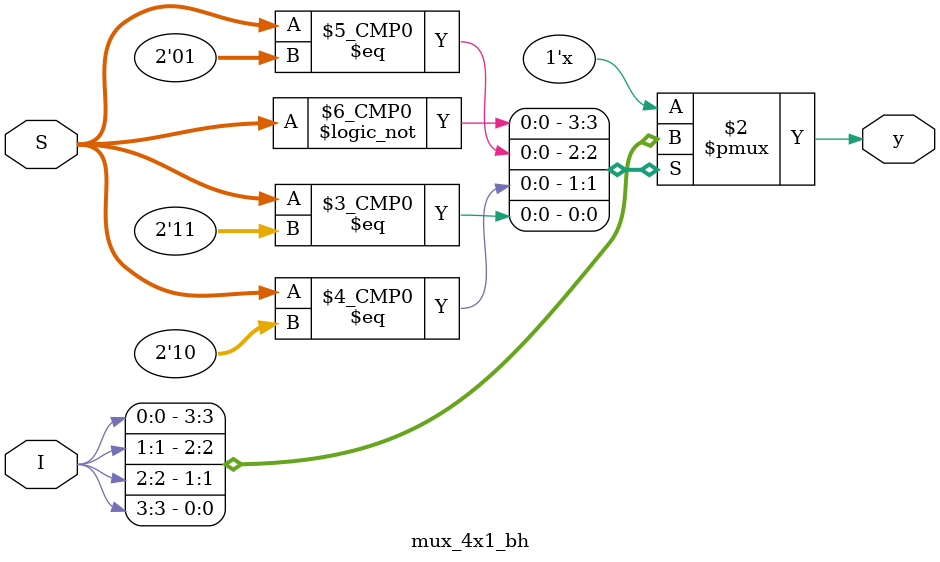
<source format=v>
module mux_4x1_bh(y,S,I);
  input [3:0]I;
  input [1:0]S;
  output reg y;

  always@(*)
    case(S)
      2'b00: y=I[0];
      2'b01: y=I[1];
      2'b10: y=I[2];
      2'b11: y=I[3];
      default: $display("error");
    endcase
endmodule

</source>
